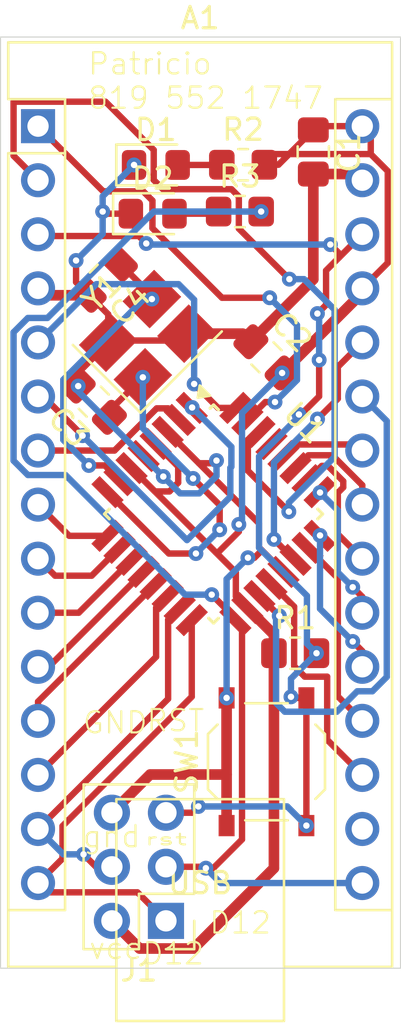
<source format=kicad_pcb>
(kicad_pcb (version 20240108) (generator "pcbnew") (generator_version "8.0")
  (layers (0 "F.Cu" signal) (31 "B.Cu" signal) (34 "B.Paste" user) (35 "F.Paste" user) (36 "B.SilkS" user "B.Silkscreen") (37 "F.SilkS" user "F.Silkscreen") (38 "B.Mask" user) (39 "F.Mask" user) (44 "Edge.Cuts" user))
  (net 0 "")
  (net 2 "A7")
  (net 3 "AREF")
  (net 4 "D7")
  (net 5 "A6")
  (net 6 "/RESET")
  (net 7 "D6")
  (net 8 "D10")
  (net 9 "D2")
  (net 10 "D3")
  (net 11 "A5")
  (net 12 "D4")
  (net 13 "GND")
  (net 14 "D11")
  (net 15 "VCC")
  (net 16 "A3")
  (net 17 "A2")
  (net 18 "D5")
  (net 19 "A1")
  (net 20 "A4")
  (net 21 "D13")
  (net 22 "D9")
  (net 23 "D8")
  (net 24 "A0")
  (net 25 "D12")
  (net 26 "D1")
  (net 27 "D0")
  (net 28 "Net-(U1-XTAL2{slash}PB7)")
  (net 29 "Net-(U1-XTAL1{slash}PB6)")
  (net 30 "Net-(D1-A)")
  (net 31 "Net-(D2-A)")
  (footprint "Connector_PinHeader_2.54mm:PinHeader_2x03_P2.54mm_Vertical" (layer "F.Cu") (at 116.825 112.325 180)
    (property "Reference" "J1" (at 1.27 -2.33 360) (layer "F.SilkS"))
    (property "Value" "ICSP")
    (fp_line (start 3.87 -1.33) (end 3.87 6.41) (stroke (width 0.12)) (layer "F.SilkS"))
    (fp_line (start 1.27 1.27) (end 1.27 -1.33) (stroke (width 0.12)) (layer "F.SilkS"))
    (fp_line (start 1.27 -1.33) (end 3.87 -1.33) (stroke (width 0.12)) (layer "F.SilkS"))
    (fp_line (start -1.33 6.41) (end 3.87 6.41) (stroke (width 0.12)) (layer "F.SilkS"))
    (fp_line (start -1.33 1.27) (end 1.27 1.27) (stroke (width 0.12)) (layer "F.SilkS"))
    (fp_line (start -1.33 1.27) (end -1.33 6.41) (stroke (width 0.12)) (layer "F.SilkS"))
    (fp_line (start -1.33 0) (end -1.33 -1.33) (stroke (width 0.12)) (layer "F.SilkS"))
    (fp_line (start -1.33 -1.33) (end 0 -1.33) (stroke (width 0.12)) (layer "F.SilkS"))
    (pad "1" thru_hole rect (at 0 0 180) (size 1.7 1.7) (drill 1) (layers "*.Cu" "*.Mask") (net 25 "D12"))
    (pad "2" thru_hole oval (at 2.54 0 180) (size 1.7 1.7) (drill 1) (layers "*.Cu" "*.Mask") (net 15 "VCC"))
    (pad "3" thru_hole oval (at 0 2.54 180) (size 1.7 1.7) (drill 1) (layers "*.Cu" "*.Mask") (net 21 "D13"))
    (pad "4" thru_hole oval (at 2.54 2.54 180) (size 1.7 1.7) (drill 1) (layers "*.Cu" "*.Mask") (net 14 "D11"))
    (pad "5" thru_hole oval (at 0 5.08 180) (size 1.7 1.7) (drill 1) (layers "*.Cu" "*.Mask") (net 6 "/RESET"))
    (pad "6" thru_hole oval (at 2.54 5.08 180) (size 1.7 1.7) (drill 1) (layers "*.Cu" "*.Mask") (net 13 "GND"))
  )
  (footprint "Crystal:Crystal_SMD_3225-4Pin_3.2x2.5mm_HandSoldering" (layer "F.Cu") (at 115.95 84.95 45)
    (property "Reference" "Y1" (at 0 -3.05 45) (layer "F.SilkS"))
    (property "Value" "Crystal_GND24")
    (fp_line (start -2.7 -2.25) (end -2.7 2.25) (stroke (width 0.12)) (layer "F.SilkS"))
    (fp_line (start -2.7 2.25) (end 2.7 2.25) (stroke (width 0.12)) (layer "F.SilkS"))
    (pad "1" smd rect (at -1.45 1.15 45) (size 2.1 1.8) (layers "F.Cu" "F.Paste" "F.Mask") (net 28 "Net-(U1-XTAL2{slash}PB7)"))
    (pad "2" smd rect (at 1.45 1.15 45) (size 2.1 1.8) (layers "F.Cu" "F.Paste" "F.Mask") (net 13 "GND"))
    (pad "3" smd rect (at 1.45 -1.15 45) (size 2.1 1.8) (layers "F.Cu" "F.Paste" "F.Mask") (net 29 "Net-(U1-XTAL1{slash}PB6)"))
    (pad "4" smd rect (at -1.45 -1.15 45) (size 2.1 1.8) (layers "F.Cu" "F.Paste" "F.Mask") (net 13 "GND"))
  )
  (footprint "Resistor_SMD:R_0805_2012Metric_Pad1.20x1.40mm_HandSolder" (layer "F.Cu") (at 122.9 99.75)
    (property "Reference" "R1" (at 0 -1.65 0) (layer "F.SilkS"))
    (property "Value" "10k")
    (fp_line (start -0.227064 -0.735) (end 0.227064 -0.735) (stroke (width 0.12)) (layer "F.SilkS"))
    (fp_line (start -0.227064 0.735) (end 0.227064 0.735) (stroke (width 0.12)) (layer "F.SilkS"))
    (pad "1" smd roundrect (at -1 0) (size 1.2 1.4) (layers "F.Cu" "F.Paste" "F.Mask") (roundrect_rratio 0.208333) (net 15 "VCC"))
    (pad "2" smd roundrect (at 1 0) (size 1.2 1.4) (layers "F.Cu" "F.Paste" "F.Mask") (roundrect_rratio 0.208333) (net 6 "/RESET"))
  )
  (footprint "Capacitor_SMD:C_0805_2012Metric_Pad1.18x1.45mm_HandSolder" (layer "F.Cu") (at 113.433623 87.933623 135)
    (property "Reference" "C3" (at 0 -1.679999 135) (layer "F.SilkS"))
    (property "Value" "12pf")
    (fp_line (start -0.261253 -0.735) (end 0.261253 -0.735) (stroke (width 0.12)) (layer "F.SilkS"))
    (fp_line (start -0.261253 0.735) (end 0.261253 0.735) (stroke (width 0.12)) (layer "F.SilkS"))
    (pad "1" smd roundrect (at -1.0375 0 135) (size 1.175 1.45) (layers "F.Cu" "F.Paste" "F.Mask") (roundrect_rratio 0.212766) (net 28 "Net-(U1-XTAL2{slash}PB7)"))
    (pad "2" smd roundrect (at 1.0375 0 135) (size 1.175 1.45) (layers "F.Cu" "F.Paste" "F.Mask") (roundrect_rratio 0.212766) (net 13 "GND"))
  )
  (footprint "LED_SMD:LED_0805_2012Metric_Pad1.15x1.40mm_HandSolder" (layer "F.Cu") (at 116.35 76.81)
    (property "Reference" "D1" (at 0 -1.65 0) (layer "F.SilkS"))
    (property "Value" "LED")
    (fp_line (start -1.86 -0.96) (end -1.86 0.96) (stroke (width 0.12)) (layer "F.SilkS"))
    (fp_line (start -1.86 0.96) (end 1 0.96) (stroke (width 0.12)) (layer "F.SilkS"))
    (fp_line (start 1 -0.96) (end -1.86 -0.96) (stroke (width 0.12)) (layer "F.SilkS"))
    (pad "1" smd roundrect (at -1.025 0) (size 1.15 1.4) (layers "F.Cu" "F.Paste" "F.Mask") (roundrect_rratio 0.217391) (net 13 "GND"))
    (pad "2" smd roundrect (at 1.025 0) (size 1.15 1.4) (layers "F.Cu" "F.Paste" "F.Mask") (roundrect_rratio 0.217391) (net 30 "Net-(D1-A)"))
  )
  (footprint "Module:Arduino_Nano_WithMountingHoles" (layer "F.Cu") (at 110.8125 74.98875)
    (property "Reference" "A1" (at 7.62 -5.08 0) (layer "F.SilkS"))
    (property "Value" "Arduino_Nano_v3.x")
    (fp_line (start -1.4 -3.94) (end -1.4 -1.27) (stroke (width 0.12)) (layer "F.SilkS"))
    (fp_line (start -1.4 1.27) (end -1.4 39.5) (stroke (width 0.12)) (layer "F.SilkS"))
    (fp_line (start -1.4 39.5) (end 3.68 39.5) (stroke (width 0.12)) (layer "F.SilkS"))
    (fp_line (start 1.27 -1.27) (end -1.4 -1.27) (stroke (width 0.12)) (layer "F.SilkS"))
    (fp_line (start 1.27 1.27) (end -1.4 1.27) (stroke (width 0.12)) (layer "F.SilkS"))
    (fp_line (start 1.27 1.27) (end 1.27 -1.27) (stroke (width 0.12)) (layer "F.SilkS"))
    (fp_line (start 1.27 1.27) (end 1.27 36.83) (stroke (width 0.12)) (layer "F.SilkS"))
    (fp_line (start 1.27 36.83) (end -1.4 36.83) (stroke (width 0.12)) (layer "F.SilkS"))
    (fp_line (start 3.68 31.62) (end 11.56 31.62) (stroke (width 0.12)) (layer "F.SilkS"))
    (fp_line (start 3.68 42.04) (end 3.68 31.62) (stroke (width 0.12)) (layer "F.SilkS"))
    (fp_line (start 11.56 31.62) (end 11.56 42.04) (stroke (width 0.12)) (layer "F.SilkS"))
    (fp_line (start 11.56 42.04) (end 3.68 42.04) (stroke (width 0.12)) (layer "F.SilkS"))
    (fp_line (start 13.97 -1.27) (end 13.97 36.83) (stroke (width 0.12)) (layer "F.SilkS"))
    (fp_line (start 13.97 -1.27) (end 16.64 -1.27) (stroke (width 0.12)) (layer "F.SilkS"))
    (fp_line (start 13.97 36.83) (end 16.64 36.83) (stroke (width 0.12)) (layer "F.SilkS"))
    (fp_line (start 16.64 -3.94) (end -1.4 -3.94) (stroke (width 0.12)) (layer "F.SilkS"))
    (fp_line (start 16.64 39.5) (end 11.56 39.5) (stroke (width 0.12)) (layer "F.SilkS"))
    (fp_line (start 16.64 39.5) (end 16.64 -3.94) (stroke (width 0.12)) (layer "F.SilkS"))
    (fp_text user "USB" (at 7.62 35.56 0) (layer "F.SilkS"))
    (pad "" np_thru_hole circle (at 0 -2.54) (size 1.78 1.78) (drill 1.78) (layers "*.Cu" "*.Mask"))
    (pad "" np_thru_hole circle (at 0 38.1) (size 1.78 1.78) (drill 1.78) (layers "*.Cu" "*.Mask"))
    (pad "" np_thru_hole circle (at 15.24 -2.54) (size 1.78 1.78) (drill 1.78) (layers "*.Cu" "*.Mask"))
    (pad "" np_thru_hole circle (at 15.24 38.1) (size 1.78 1.78) (drill 1.78) (layers "*.Cu" "*.Mask"))
    (pad "1" thru_hole rect (at 0 0) (size 1.6 1.6) (drill 1) (layers "*.Cu" "*.Mask") (net 26 "D1"))
    (pad "2" thru_hole oval (at 0 2.54) (size 1.6 1.6) (drill 1) (layers "*.Cu" "*.Mask") (net 27 "D0"))
    (pad "3" thru_hole oval (at 0 5.08) (size 1.6 1.6) (drill 1) (layers "*.Cu" "*.Mask") (net 6 "/RESET"))
    (pad "4" thru_hole oval (at 0 7.62) (size 1.6 1.6) (drill 1) (layers "*.Cu" "*.Mask") (net 13 "GND"))
    (pad "5" thru_hole oval (at 0 10.16) (size 1.6 1.6) (drill 1) (layers "*.Cu" "*.Mask") (net 9 "D2"))
    (pad "6" thru_hole oval (at 0 12.7) (size 1.6 1.6) (drill 1) (layers "*.Cu" "*.Mask") (net 10 "D3"))
    (pad "7" thru_hole oval (at 0 15.24) (size 1.6 1.6) (drill 1) (layers "*.Cu" "*.Mask") (net 12 "D4"))
    (pad "8" thru_hole oval (at 0 17.78) (size 1.6 1.6) (drill 1) (layers "*.Cu" "*.Mask") (net 18 "D5"))
    (pad "9" thru_hole oval (at 0 20.32) (size 1.6 1.6) (drill 1) (layers "*.Cu" "*.Mask") (net 7 "D6"))
    (pad "10" thru_hole oval (at 0 22.86) (size 1.6 1.6) (drill 1) (layers "*.Cu" "*.Mask") (net 4 "D7"))
    (pad "11" thru_hole oval (at 0 25.4) (size 1.6 1.6) (drill 1) (layers "*.Cu" "*.Mask") (net 23 "D8"))
    (pad "12" thru_hole oval (at 0 27.94) (size 1.6 1.6) (drill 1) (layers "*.Cu" "*.Mask") (net 22 "D9"))
    (pad "13" thru_hole oval (at 0 30.48) (size 1.6 1.6) (drill 1) (layers "*.Cu" "*.Mask") (net 8 "D10"))
    (pad "14" thru_hole oval (at 0 33.02) (size 1.6 1.6) (drill 1) (layers "*.Cu" "*.Mask") (net 14 "D11"))
    (pad "15" thru_hole oval (at 0 35.56) (size 1.6 1.6) (drill 1) (layers "*.Cu" "*.Mask") (net 25 "D12"))
    (pad "16" thru_hole oval (at 15.24 35.56) (size 1.6 1.6) (drill 1) (layers "*.Cu" "*.Mask") (net 21 "D13"))
    (pad "17" thru_hole oval (at 15.24 33.02) (size 1.6 1.6) (drill 1) (layers "*.Cu" "*.Mask"))
    (pad "18" thru_hole oval (at 15.24 30.48) (size 1.6 1.6) (drill 1) (layers "*.Cu" "*.Mask") (net 3 "AREF"))
    (pad "19" thru_hole oval (at 15.24 27.94) (size 1.6 1.6) (drill 1) (layers "*.Cu" "*.Mask") (net 24 "A0"))
    (pad "20" thru_hole oval (at 15.24 25.4) (size 1.6 1.6) (drill 1) (layers "*.Cu" "*.Mask") (net 19 "A1"))
    (pad "21" thru_hole oval (at 15.24 22.86) (size 1.6 1.6) (drill 1) (layers "*.Cu" "*.Mask") (net 17 "A2"))
    (pad "22" thru_hole oval (at 15.24 20.32) (size 1.6 1.6) (drill 1) (layers "*.Cu" "*.Mask") (net 16 "A3"))
    (pad "23" thru_hole oval (at 15.24 17.78) (size 1.6 1.6) (drill 1) (layers "*.Cu" "*.Mask") (net 20 "A4"))
    (pad "24" thru_hole oval (at 15.24 15.24) (size 1.6 1.6) (drill 1) (layers "*.Cu" "*.Mask") (net 11 "A5"))
    (pad "25" thru_hole oval (at 15.24 12.7) (size 1.6 1.6) (drill 1) (layers "*.Cu" "*.Mask") (net 5 "A6"))
    (pad "26" thru_hole oval (at 15.24 10.16) (size 1.6 1.6) (drill 1) (layers "*.Cu" "*.Mask") (net 2 "A7"))
    (pad "27" thru_hole oval (at 15.24 7.62) (size 1.6 1.6) (drill 1) (layers "*.Cu" "*.Mask") (net 15 "VCC"))
    (pad "28" thru_hole oval (at 15.24 5.08) (size 1.6 1.6) (drill 1) (layers "*.Cu" "*.Mask") (net 6 "/RESET"))
    (pad "29" thru_hole oval (at 15.24 2.54) (size 1.6 1.6) (drill 1) (layers "*.Cu" "*.Mask") (net 13 "GND"))
    (pad "30" thru_hole oval (at 15.24 0) (size 1.6 1.6) (drill 1) (layers "*.Cu" "*.Mask") (net 15 "VCC"))
  )
  (footprint "Capacitor_SMD:C_0805_2012Metric_Pad1.18x1.45mm_HandSolder" (layer "F.Cu") (at 123.75 76.2 -90)
    (property "Reference" "C1" (at 0 -1.68 90) (layer "F.SilkS"))
    (property "Value" "100nf")
    (fp_line (start -0.261252 0.735) (end 0.261252 0.735) (stroke (width 0.12)) (layer "F.SilkS"))
    (fp_line (start -0.261252 -0.735) (end 0.261252 -0.735) (stroke (width 0.12)) (layer "F.SilkS"))
    (pad "1" smd roundrect (at -1.0375 0 270) (size 1.175 1.45) (layers "F.Cu" "F.Paste" "F.Mask") (roundrect_rratio 0.212766) (net 15 "VCC"))
    (pad "2" smd roundrect (at 1.0375 0 270) (size 1.175 1.45) (layers "F.Cu" "F.Paste" "F.Mask") (roundrect_rratio 0.212766) (net 13 "GND"))
  )
  (footprint "Button_Switch_SMD:SW_Push_1P1T_XKB_TS-1187A" (layer "F.Cu") (at 121.55 104.85 90)
    (property "Reference" "SW1" (at 0 -3.75 90) (layer "F.SilkS"))
    (property "Value" "SW_SPST")
    (fp_line (start -1.3 -2.75) (end 1.3 -2.75) (stroke (width 0.12)) (layer "F.SilkS"))
    (fp_line (start 1.75 -2.3) (end 1.3 -2.75) (stroke (width 0.12)) (layer "F.SilkS"))
    (fp_line (start -1.75 -2.3) (end -1.3 -2.75) (stroke (width 0.12)) (layer "F.SilkS"))
    (fp_line (start 2.75 -1) (end 2.75 1) (stroke (width 0.12)) (layer "F.SilkS"))
    (fp_line (start -2.75 -1) (end -2.75 1) (stroke (width 0.12)) (layer "F.SilkS"))
    (fp_line (start 1.75 2.3) (end 1.3 2.75) (stroke (width 0.12)) (layer "F.SilkS"))
    (fp_line (start -1.75 2.3) (end -1.3 2.75) (stroke (width 0.12)) (layer "F.SilkS"))
    (fp_line (start -1.3 2.75) (end 1.3 2.75) (stroke (width 0.12)) (layer "F.SilkS"))
    (pad "1" smd rect (at -3 -1.875 90) (size 1 0.75) (layers "F.Cu" "F.Paste" "F.Mask") (net 13 "GND"))
    (pad "1" smd rect (at 3 -1.875 90) (size 1 0.75) (layers "F.Cu" "F.Paste" "F.Mask") (net 13 "GND"))
    (pad "2" smd rect (at -3 1.875 90) (size 1 0.75) (layers "F.Cu" "F.Paste" "F.Mask") (net 6 "/RESET"))
    (pad "2" smd rect (at 3 1.875 90) (size 1 0.75) (layers "F.Cu" "F.Paste" "F.Mask") (net 6 "/RESET"))
  )
  (footprint "Capacitor_SMD:C_0805_2012Metric_Pad1.18x1.45mm_HandSolder" (layer "F.Cu") (at 113.95 82.2 -135)
    (property "Reference" "C4" (at 0 -1.679999 45) (layer "F.SilkS"))
    (property "Value" "12pf")
    (fp_line (start -0.261253 0.735) (end 0.261253 0.735) (stroke (width 0.12)) (layer "F.SilkS"))
    (fp_line (start -0.261253 -0.735) (end 0.261253 -0.735) (stroke (width 0.12)) (layer "F.SilkS"))
    (pad "1" smd roundrect (at -1.0375 0 225) (size 1.175 1.45) (layers "F.Cu" "F.Paste" "F.Mask") (roundrect_rratio 0.212766) (net 29 "Net-(U1-XTAL1{slash}PB6)"))
    (pad "2" smd roundrect (at 1.0375 0 225) (size 1.175 1.45) (layers "F.Cu" "F.Paste" "F.Mask") (roundrect_rratio 0.212766) (net 13 "GND"))
  )
  (footprint "Package_QFP:TQFP-32_7x7mm_P0.8mm" (layer "F.Cu") (at 119.0625 93.209861 -45)
    (property "Reference" "U1" (at 0 -6.05 135) (layer "F.SilkS"))
    (property "Value" "ATmega328P-A")
    (fp_line (start -3.625 3.625) (end -3.625 3.299999) (stroke (width 0.15)) (layer "F.SilkS"))
    (fp_line (start -3.625 3.625) (end -3.299999 3.625) (stroke (width 0.15)) (layer "F.SilkS"))
    (fp_line (start -3.625 -3.625) (end -3.625 -3.4) (stroke (width 0.15)) (layer "F.SilkS"))
    (fp_line (start -3.625 -3.625) (end -3.299999 -3.625) (stroke (width 0.15)) (layer "F.SilkS"))
    (fp_line (start 3.625 3.625) (end 3.299999 3.625) (stroke (width 0.15)) (layer "F.SilkS"))
    (fp_line (start 3.625 3.625) (end 3.625 3.299999) (stroke (width 0.15)) (layer "F.SilkS"))
    (fp_line (start 3.625 -3.625) (end 3.299999 -3.625) (stroke (width 0.15)) (layer "F.SilkS"))
    (fp_line (start 3.625 -3.625) (end 3.625 -3.299999) (stroke (width 0.15)) (layer "F.SilkS"))
    (fp_poly (pts (xy -4.39 -3.34) (xy -4.73 -3.81) (xy -4.05 -3.81) (xy -4.39 -3.34)) (stroke (width 0.12)) (fill solid) (layer "F.SilkS"))
    (pad "1" smd rect (at -4.25 -2.8 315) (size 1.6 0.55) (layers "F.Cu" "F.Paste" "F.Mask") (net 10 "D3"))
    (pad "2" smd rect (at -4.25 -2 315) (size 1.6 0.55) (layers "F.Cu" "F.Paste" "F.Mask") (net 12 "D4"))
    (pad "3" smd rect (at -4.25 -1.2 315) (size 1.6 0.55) (layers "F.Cu" "F.Paste" "F.Mask") (net 13 "GND"))
    (pad "4" smd rect (at -4.25 -0.4 315) (size 1.6 0.55) (layers "F.Cu" "F.Paste" "F.Mask") (net 15 "VCC"))
    (pad "5" smd rect (at -4.25 0.4 315) (size 1.6 0.55) (layers "F.Cu" "F.Paste" "F.Mask") (net 13 "GND"))
    (pad "6" smd rect (at -4.25 1.2 315) (size 1.6 0.55) (layers "F.Cu" "F.Paste" "F.Mask") (net 15 "VCC"))
    (pad "7" smd rect (at -4.25 2 315) (size 1.6 0.55) (layers "F.Cu" "F.Paste" "F.Mask") (net 29 "Net-(U1-XTAL1{slash}PB6)"))
    (pad "8" smd rect (at -4.25 2.8 315) (size 1.6 0.55) (layers "F.Cu" "F.Paste" "F.Mask") (net 28 "Net-(U1-XTAL2{slash}PB7)"))
    (pad "9" smd rect (at -2.8 4.25 45) (size 1.6 0.55) (layers "F.Cu" "F.Paste" "F.Mask") (net 18 "D5"))
    (pad "10" smd rect (at -2 4.25 45) (size 1.6 0.55) (layers "F.Cu" "F.Paste" "F.Mask") (net 7 "D6"))
    (pad "11" smd rect (at -1.2 4.25 45) (size 1.6 0.55) (layers "F.Cu" "F.Paste" "F.Mask") (net 4 "D7"))
    (pad "12" smd rect (at -0.4 4.25 45) (size 1.6 0.55) (layers "F.Cu" "F.Paste" "F.Mask") (net 23 "D8"))
    (pad "13" smd rect (at 0.4 4.25 45) (size 1.6 0.55) (layers "F.Cu" "F.Paste" "F.Mask") (net 22 "D9"))
    (pad "14" smd rect (at 1.2 4.25 45) (size 1.6 0.55) (layers "F.Cu" "F.Paste" "F.Mask") (net 8 "D10"))
    (pad "15" smd rect (at 2 4.25 45) (size 1.6 0.55) (layers "F.Cu" "F.Paste" "F.Mask") (net 14 "D11"))
    (pad "16" smd rect (at 2.8 4.25 45) (size 1.6 0.55) (layers "F.Cu" "F.Paste" "F.Mask") (net 25 "D12"))
    (pad "17" smd rect (at 4.25 2.8 315) (size 1.6 0.55) (layers "F.Cu" "F.Paste" "F.Mask") (net 21 "D13"))
    (pad "18" smd rect (at 4.25 2 315) (size 1.6 0.55) (layers "F.Cu" "F.Paste" "F.Mask") (net 15 "VCC"))
    (pad "19" smd rect (at 4.25 1.2 315) (size 1.6 0.55) (layers "F.Cu" "F.Paste" "F.Mask") (net 5 "A6"))
    (pad "20" smd rect (at 4.25 0.4 315) (size 1.6 0.55) (layers "F.Cu" "F.Paste" "F.Mask") (net 3 "AREF"))
    (pad "21" smd rect (at 4.25 -0.4 315) (size 1.6 0.55) (layers "F.Cu" "F.Paste" "F.Mask") (net 13 "GND"))
    (pad "22" smd rect (at 4.25 -1.2 315) (size 1.6 0.55) (layers "F.Cu" "F.Paste" "F.Mask") (net 2 "A7"))
    (pad "23" smd rect (at 4.25 -2 315) (size 1.6 0.55) (layers "F.Cu" "F.Paste" "F.Mask") (net 24 "A0"))
    (pad "24" smd rect (at 4.25 -2.8 315) (size 1.6 0.55) (layers "F.Cu" "F.Paste" "F.Mask") (net 19 "A1"))
    (pad "25" smd rect (at 2.8 -4.25 45) (size 1.6 0.55) (layers "F.Cu" "F.Paste" "F.Mask") (net 17 "A2"))
    (pad "26" smd rect (at 2 -4.25 45) (size 1.6 0.55) (layers "F.Cu" "F.Paste" "F.Mask") (net 16 "A3"))
    (pad "27" smd rect (at 1.2 -4.25 45) (size 1.6 0.55) (layers "F.Cu" "F.Paste" "F.Mask") (net 20 "A4"))
    (pad "28" smd rect (at 0.4 -4.25 45) (size 1.6 0.55) (layers "F.Cu" "F.Paste" "F.Mask") (net 11 "A5"))
    (pad "29" smd rect (at -0.4 -4.25 45) (size 1.6 0.55) (layers "F.Cu" "F.Paste" "F.Mask") (net 6 "/RESET"))
    (pad "30" smd rect (at -1.2 -4.25 45) (size 1.6 0.55) (layers "F.Cu" "F.Paste" "F.Mask") (net 27 "D0"))
    (pad "31" smd rect (at -2 -4.25 45) (size 1.6 0.55) (layers "F.Cu" "F.Paste" "F.Mask") (net 26 "D1"))
    (pad "32" smd rect (at -2.8 -4.25 45) (size 1.6 0.55) (layers "F.Cu" "F.Paste" "F.Mask") (net 9 "D2"))
  )
  (footprint "Resistor_SMD:R_0805_2012Metric_Pad1.20x1.40mm_HandSolder" (layer "F.Cu") (at 120.45 76.8)
    (property "Reference" "R2" (at 0 -1.65 0) (layer "F.SilkS"))
    (property "Value" "1k")
    (fp_line (start -0.227064 -0.735) (end 0.227064 -0.735) (stroke (width 0.12)) (layer "F.SilkS"))
    (fp_line (start -0.227064 0.735) (end 0.227064 0.735) (stroke (width 0.12)) (layer "F.SilkS"))
    (pad "1" smd roundrect (at -1 0) (size 1.2 1.4) (layers "F.Cu" "F.Paste" "F.Mask") (roundrect_rratio 0.208333) (net 30 "Net-(D1-A)"))
    (pad "2" smd roundrect (at 1 0) (size 1.2 1.4) (layers "F.Cu" "F.Paste" "F.Mask") (roundrect_rratio 0.208333) (net 15 "VCC"))
  )
  (footprint "Resistor_SMD:R_0805_2012Metric_Pad1.20x1.40mm_HandSolder" (layer "F.Cu") (at 120.3 79)
    (property "Reference" "R3" (at 0 -1.65 0) (layer "F.SilkS"))
    (property "Value" "1k")
    (fp_line (start -0.227064 -0.735) (end 0.227064 -0.735) (stroke (width 0.12)) (layer "F.SilkS"))
    (fp_line (start -0.227064 0.735) (end 0.227064 0.735) (stroke (width 0.12)) (layer "F.SilkS"))
    (pad "1" smd roundrect (at -1 0) (size 1.2 1.4) (layers "F.Cu" "F.Paste" "F.Mask") (roundrect_rratio 0.208333) (net 31 "Net-(D2-A)"))
    (pad "2" smd roundrect (at 1 0) (size 1.2 1.4) (layers "F.Cu" "F.Paste" "F.Mask") (roundrect_rratio 0.208333) (net 21 "D13"))
  )
  (footprint "Capacitor_SMD:C_0805_2012Metric_Pad1.18x1.45mm_HandSolder" (layer "F.Cu") (at 121.55 85.85 -45)
    (property "Reference" "C2" (at 0 -1.679999 135) (layer "F.SilkS"))
    (property "Value" "100nf")
    (fp_line (start -0.261253 0.735) (end 0.261253 0.735) (stroke (width 0.12)) (layer "F.SilkS"))
    (fp_line (start -0.261253 -0.735) (end 0.261253 -0.735) (stroke (width 0.12)) (layer "F.SilkS"))
    (pad "1" smd roundrect (at -1.0375 0 315) (size 1.175 1.45) (layers "F.Cu" "F.Paste" "F.Mask") (roundrect_rratio 0.212766) (net 13 "GND"))
    (pad "2" smd roundrect (at 1.0375 0 315) (size 1.175 1.45) (layers "F.Cu" "F.Paste" "F.Mask") (roundrect_rratio 0.212766) (net 15 "VCC"))
  )
  (footprint "LED_SMD:LED_0805_2012Metric_Pad1.15x1.40mm_HandSolder" (layer "F.Cu") (at 116.2 79.1)
    (property "Reference" "D2" (at 0 -1.65 0) (layer "F.SilkS"))
    (property "Value" "LED")
    (fp_line (start -1.86 -0.96) (end -1.86 0.96) (stroke (width 0.12)) (layer "F.SilkS"))
    (fp_line (start -1.86 0.96) (end 1 0.96) (stroke (width 0.12)) (layer "F.SilkS"))
    (fp_line (start 1 -0.96) (end -1.86 -0.96) (stroke (width 0.12)) (layer "F.SilkS"))
    (pad "1" smd roundrect (at -1.025 0) (size 1.15 1.4) (layers "F.Cu" "F.Paste" "F.Mask") (roundrect_rratio 0.217391) (net 13 "GND"))
    (pad "2" smd roundrect (at 1.025 0) (size 1.15 1.4) (layers "F.Cu" "F.Paste" "F.Mask") (roundrect_rratio 0.217391) (net 31 "Net-(D2-A)"))
  )
  (gr_rect (start 109.05 70.8) (end 127.85 114.55) (stroke (width 0.05)) (fill none) (layer "Edge.Cuts"))
  (gr_text "vcc" (at 113.15 114.2 0) (layer "F.SilkS") (effects (font (size 1 1) (thickness 0.1)) (justify left bottom)))
  (gr_text "D12" (at 115.65 114.45 0) (layer "F.SilkS") (effects (font (size 1 1) (thickness 0.1)) (justify left bottom)))
  (gr_text "Patricio\n819 552 1747" (at 113.1 74.25 0) (layer "F.SilkS") (effects (font (size 1 1) (thickness 0.1)) (justify left bottom)))
  (gr_text "RST" (at 115.85 103.5 0) (layer "F.SilkS") (effects (font (size 1 1) (thickness 0.1)) (justify left bottom)))
  (gr_text "gnd" (at 112.85 108.95 0) (layer "F.SilkS") (effects (font (size 1 1) (thickness 0.1)) (justify left bottom)))
  (gr_text "GND\n" (at 112.85 103.6 0) (layer "F.SilkS") (effects (font (size 1 1) (thickness 0.1)) (justify left bottom)))
  (gr_text "rst" (at 115.75 108.8 0) (layer "F.SilkS") (effects (font (size 0.5 1) (thickness 0.1)) (justify left bottom)))
  (gr_text "D12" (at 118.8 113 0) (layer "F.SilkS") (effects (font (size 1 1) (thickness 0.1)) (justify left bottom)))
  (segment (start 122.866537 95.366537) (end 121.9 94.4) (width 0.3) (layer "F.Cu") (net 2))
  (segment (start 124.9025 87.794126) (end 124.9025 86.29875) (width 0.3) (layer "F.Cu") (net 2))
  (segment (start 123.948313 88.748313) (end 124.9025 87.794126) (width 0.3) (layer "F.Cu") (net 2))
  (segment (start 124.9025 86.29875) (end 126.0525 85.14875) (width 0.3) (layer "F.Cu") (net 2))
  (segment (start 122.916232 95.366537) (end 122.866537 95.366537) (width 0.3) (layer "F.Cu") (net 2))
  (via (at 121.9 94.4) (size 0.7) (drill 0.3) (layers "F.Cu" "B.Cu") (net 2))
  (via (at 123.948313 88.748313) (size 0.7) (drill 0.3) (layers "F.Cu" "B.Cu") (net 2))
  (segment (start 121.9 90.796626) (end 123.948313 88.748313) (width 0.3) (layer "B.Cu") (net 2))
  (segment (start 121.9 94.4) (end 121.9 90.796626) (width 0.3) (layer "B.Cu") (net 2))
  (segment (start 123.347044 100.8525) (end 122.85 100.355456) (width 0.3) (layer "F.Cu") (net 3))
  (segment (start 124.4025 103.81875) (end 124.4025 100.8525) (width 0.3) (layer "F.Cu") (net 3))
  (segment (start 122.85 100.355456) (end 122.85 97.563047) (width 0.3) (layer "F.Cu") (net 3))
  (segment (start 126.0525 105.46875) (end 124.4025 103.81875) (width 0.3) (layer "F.Cu") (net 3))
  (segment (start 124.4025 100.8525) (end 123.347044 100.8525) (width 0.3) (layer "F.Cu") (net 3))
  (segment (start 122.85 97.563047) (end 121.784861 96.497908) (width 0.3) (layer "F.Cu") (net 3))
  (segment (start 115.208768 95.366537) (end 112.726555 97.84875) (width 0.3) (layer "F.Cu") (net 4))
  (segment (start 112.726555 97.84875) (end 110.8125 97.84875) (width 0.3) (layer "F.Cu") (net 4))
  (segment (start 121.219176 97.063593) (end 122.150001 97.994418) (width 0.3) (layer "F.Cu") (net 5))
  (via (at 122.150001 97.994418) (size 0.7) (drill 0.3) (layers "F.Cu" "B.Cu") (net 5))
  (segment (start 126.528846 101.53875) (end 127.2025 100.865096) (width 0.3) (layer "B.Cu") (net 5))
  (segment (start 127.2025 100.865096) (end 127.2025 88.83875) (width 0.3) (layer "B.Cu") (net 5))
  (segment (start 124.854904 102.5) (end 125.816154 101.53875) (width 0.3) (layer "B.Cu") (net 5))
  (segment (start 122 102.08995) (end 122.41005 102.5) (width 0.3) (layer "B.Cu") (net 5))
  (segment (start 122.150001 97.994418) (end 122 98.144419) (width 0.3) (layer "B.Cu") (net 5))
  (segment (start 127.2025 88.83875) (end 126.0525 87.68875) (width 0.3) (layer "B.Cu") (net 5))
  (segment (start 122 98.144419) (end 122 102.08995) (width 0.3) (layer "B.Cu") (net 5))
  (segment (start 122.41005 102.5) (end 124.854904 102.5) (width 0.3) (layer "B.Cu") (net 5))
  (segment (start 125.816154 101.53875) (end 126.528846 101.53875) (width 0.3) (layer "B.Cu") (net 5))
  (segment (start 123.425 107.85) (end 123.425 101.85) (width 0.3) (layer "F.Cu") (net 6))
  (segment (start 124.35 83.385874) (end 124.35 81.77125) (width 0.3) (layer "F.Cu") (net 6))
  (segment (start 124.35 81.77125) (end 124.960625 81.160625) (width 0.3) (layer "F.Cu") (net 6))
  (segment (start 124.960625 80.960625) (end 124.55 80.55) (width 0.3) (layer "F.Cu") (net 6))
  (segment (start 116.825 107.245) (end 118.055 107.245) (width 0.3) (layer "F.Cu") (net 6))
  (segment (start 110.89375 80.15) (end 110.8125 80.06875) (width 0.3) (layer "F.Cu") (net 6))
  (segment (start 124.960625 81.160625) (end 124.960625 80.960625) (width 0.3) (layer "F.Cu") (net 6))
  (segment (start 122.75 101.85) (end 122.7 101.8) (width 0.3) (layer "F.Cu") (net 6))
  (segment (start 118.055 107.245) (end 118.35 106.95) (width 0.3) (layer "F.Cu") (net 6))
  (segment (start 115.9 80.5) (end 115.55 80.15) (width 0.3) (layer "F.Cu") (net 6))
  (segment (start 115.55 80.15) (end 110.89375 80.15) (width 0.3) (layer "F.Cu") (net 6))
  (segment (start 124.024309 87.682366) (end 124.024309 85.974309) (width 0.3) (layer "F.Cu") (net 6))
  (segment (start 123.942937 83.792937) (end 124.35 83.385874) (width 0.3) (layer "F.Cu") (net 6))
  (segment (start 121.784861 89.921814) (end 124.024309 87.682366) (width 0.3) (layer "F.Cu") (net 6))
  (segment (start 124.960625 81.160625) (end 126.0525 80.06875) (width 0.3) (layer "F.Cu") (net 6))
  (segment (start 123.425 101.85) (end 122.75 101.85) (width 0.3) (layer "F.Cu") (net 6))
  (via (at 115.9 80.5) (size 0.7) (drill 0.3) (layers "F.Cu" "B.Cu") (net 6))
  (via (at 118.35 106.95) (size 0.7) (drill 0.3) (layers "F.Cu" "B.Cu") (net 6))
  (via (at 124.55 80.55) (size 0.7) (drill 0.3) (layers "F.Cu" "B.Cu") (net 6))
  (via (at 123.9 99.75) (size 0.7) (drill 0.3) (layers "F.Cu" "B.Cu") (net 6))
  (via (at 124.024309 85.974309) (size 0.7) (drill 0.3) (layers "F.Cu" "B.Cu") (net 6))
  (via (at 123.074216 88.533933) (size 0.7) (drill 0.3) (layers "F.Cu" "B.Cu") (net 6))
  (via (at 123.942937 83.792937) (size 0.7) (drill 0.3) (layers "F.Cu" "B.Cu") (net 6))
  (via (at 123.425 107.85) (size 0.7) (drill 0.3) (layers "F.Cu" "B.Cu") (net 6))
  (via (at 122.7 101.8) (size 0.7) (drill 0.3) (layers "F.Cu" "B.Cu") (net 6))
  (segment (start 123.074216 88.632459) (end 123.074216 88.533933) (width 0.3) (layer "B.Cu") (net 6))
  (segment (start 122.525 106.95) (end 123.425 107.85) (width 0.3) (layer "B.Cu") (net 6))
  (segment (start 123.45 97.05) (end 121.2 94.8) (width 0.3) (layer "B.Cu") (net 6))
  (segment (start 124.024309 83.874309) (end 123.942937 83.792937) (width 0.3) (layer "B.Cu") (net 6))
  (segment (start 124.55 80.55) (end 115.95 80.55) (width 0.3) (layer "B.Cu") (net 6))
  (segment (start 123.45 99.3) (end 123.45 97.05) (width 0.3) (layer "B.Cu") (net 6))
  (segment (start 122.7 100.95) (end 123.9 99.75) (width 0.3) (layer "B.Cu") (net 6))
  (segment (start 121.2 94.8) (end 121.2 90.506675) (width 0.3) (layer "B.Cu") (net 6))
  (segment (start 122.7 101.8) (end 122.7 100.95) (width 0.3) (layer "B.Cu") (net 6))
  (segment (start 123.9 99.75) (end 123.45 99.3) (width 0.3) (layer "B.Cu") (net 6))
  (segment (start 118.35 106.95) (end 122.525 106.95) (width 0.3) (layer "B.Cu") (net 6))
  (segment (start 121.2 90.506675) (end 123.074216 88.632459) (width 0.3) (layer "B.Cu") (net 6))
  (segment (start 124.024309 85.974309) (end 124.024309 83.874309) (width 0.3) (layer "B.Cu") (net 6))
  (segment (start 115.95 80.55) (end 115.9 80.5) (width 0.3) (layer "B.Cu") (net 6))
  (segment (start 111.612499 96.108749) (end 110.8125 95.30875) (width 0.3) (layer "F.Cu") (net 7))
  (segment (start 114.643083 94.800851) (end 113.335185 96.108749) (width 0.3) (layer "F.Cu") (net 7))
  (segment (start 113.335185 96.108749) (end 111.612499 96.108749) (width 0.3) (layer "F.Cu") (net 7))
  (segment (start 116.36137 99.91988) (end 110.8125 105.46875) (width 0.3) (layer "F.Cu") (net 8))
  (segment (start 116.905824 97.063593) (end 116.36137 97.608047) (width 0.3) (layer "F.Cu") (net 8))
  (segment (start 116.36137 97.608047) (end 116.36137 99.91988) (width 0.3) (layer "F.Cu") (net 8))
  (segment (start 120.087805 88.224758) (end 119.274758 88.224758) (width 0.3) (layer "F.Cu") (net 9))
  (segment (start 119.274758 88.224758) (end 118.15 87.1) (width 0.3) (layer "F.Cu") (net 9))
  (via (at 118.15 87.1) (size 0.7) (drill 0.3) (layers "F.Cu" "B.Cu") (net 9))
  (segment (start 118.15 83.142894) (end 117.418628 82.411522) (width 0.3) (layer "B.Cu") (net 9))
  (segment (start 117.418628 82.411522) (end 113.549728 82.411522) (width 0.3) (layer "B.Cu") (net 9))
  (segment (start 113.549728 82.411522) (end 110.8125 85.14875) (width 0.3) (layer "B.Cu") (net 9))
  (segment (start 118.15 87.1) (end 118.15 83.142894) (width 0.3) (layer "B.Cu") (net 9))
  (segment (start 110.8125 87.68875) (end 111.0656 87.68875) (width 0.3) (layer "F.Cu") (net 10))
  (segment (start 111.0656 87.68875) (end 112.9056 89.52875) (width 0.3) (layer "F.Cu") (net 10))
  (via (at 112.9056 89.52875) (size 0.7) (drill 0.3) (layers "F.Cu" "B.Cu") (net 10))
  (via (at 118.054873 88.20708) (size 0.7) (drill 0.3) (layers "F.Cu" "B.Cu") (net 10))
  (segment (start 112.9056 89.52875) (end 117.813425 94.436575) (width 0.3) (layer "B.Cu") (net 10))
  (segment (start 119.85 91.03995) (end 119.9 90.98995) (width 0.3) (layer "B.Cu") (net 10))
  (segment (start 119.9 90.052207) (end 118.054873 88.20708) (width 0.3) (layer "B.Cu") (net 10))
  (segment (start 117.813425 94.436575) (end 119.85 92.4) (width 0.3) (layer "B.Cu") (net 10))
  (segment (start 119.85 92.4) (end 119.85 91.03995) (width 0.3) (layer "B.Cu") (net 10))
  (segment (start 119.9 90.98995) (end 119.9 90.052207) (width 0.3) (layer "B.Cu") (net 10))
  (segment (start 122.895002 89.943045) (end 125.766795 89.943045) (width 0.3) (layer "F.Cu") (net 11))
  (segment (start 125.766795 89.943045) (end 126.0525 90.22875) (width 0.3) (layer "F.Cu") (net 11))
  (segment (start 122.350547 90.4875) (end 122.895002 89.943045) (width 0.3) (layer "F.Cu") (net 11))
  (segment (start 116.927055 88.245989) (end 117.47151 88.790444) (width 0.3) (layer "F.Cu") (net 12))
  (segment (start 110.8125 90.22875) (end 114.406855 90.22875) (width 0.3) (layer "F.Cu") (net 12))
  (segment (start 116.389616 88.245989) (end 116.927055 88.245989) (width 0.3) (layer "F.Cu") (net 12))
  (segment (start 114.406855 90.22875) (end 116.389616 88.245989) (width 0.3) (layer "F.Cu") (net 12))
  (segment (start 116.08 105.45) (end 114.285 107.245) (width 0.5) (layer "F.Cu") (net 13))
  (segment (start 118.374847 90.825153) (end 121.2 93.650305) (width 0.3) (layer "F.Cu") (net 13))
  (segment (start 113.216377 82.933623) (end 111.137373 82.933623) (width 0.5) (layer "F.Cu") (net 13))
  (segment (start 121.2 94.781675) (end 121.334162 94.915838) (width 0.3) (layer "F.Cu") (net 13))
  (segment (start 114.111522 85.162132) (end 114.214034 85.05962) (width 0.3) (layer "F.Cu") (net 13))
  (segment (start 121.334162 94.915838) (end 120.984945 95.265055) (width 0.3) (layer "F.Cu") (net 13))
  (segment (start 112.7 87.2) (end 112.7 86.573654) (width 0.3) (layer "F.Cu") (net 13))
  (segment (start 123.75 77.2375) (end 123.75 82.182754) (width 0.5) (layer "F.Cu") (net 13))
  (segment (start 119.074847 90.825153) (end 118.374847 90.825153) (width 0.3) (layer "F.Cu") (net 13))
  (segment (start 115.774453 90.4875) (end 116.318907 91.031954) (width 0.3) (layer "F.Cu") (net 13))
  (segment (start 123.75 82.182754) (end 120.816377 85.116377) (width 0.5) (layer "F.Cu") (net 13))
  (segment (start 120.984945 95.265055) (end 120.676813 95.265055) (width 0.3) (layer "F.Cu") (net 13))
  (segment (start 116.905824 89.356129) (end 118.374847 90.825153) (width 0.3) (layer "F.Cu") (net 13))
  (segment (start 121.334162 94.915838) (end 122.350547 95.932222) (width 0.3) (layer "F.Cu") (net 13))
  (segment (start 115.175 79.1) (end 113.95 79.1) (width 0.3) (layer "F.Cu") (net 13))
  (segment (start 117.788478 84.737868) (end 120.437868 84.737868) (width 0.5) (layer "F.Cu") (net 13))
  (segment (start 123.75 77.2375) (end 125.76125 77.2375) (width 0.5) (layer "F.Cu") (net 13))
  (segment (start 114.111522 85.162132) (end 114.111522 83.828768) (width 0.3) (layer "F.Cu") (net 13))
  (segment (start 112.7 86.573654) (end 114.111522 85.162132) (width 0.3) (layer "F.Cu") (net 13))
  (segment (start 119.675 105.45) (end 116.08 105.45) (width 0.5) (layer "F.Cu") (net 13))
  (segment (start 121.2 93.650305) (end 121.2 94.781675) (width 0.3) (layer "F.Cu") (net 13))
  (segment (start 117.466726 85.05962) (end 117.788478 84.737868) (width 0.3) (layer "F.Cu") (net 13))
  (segment (start 115.774453 90.4875) (end 115.774453 90.524453) (width 0.3) (layer "F.Cu") (net 13))
  (segment (start 112.6 81.3) (end 112.6 82.317246) (width 0.3) (layer "F.Cu") (net 13))
  (segment (start 115.774453 90.524453) (end 116.7 91.45) (width 0.3) (layer "F.Cu") (net 13))
  (segment (start 119.675 105.45) (end 119.675 101.85) (width 0.5) (layer "F.Cu") (net 13))
  (segment (start 112.6 82.317246) (end 113.216377 82.933623) (width 0.3) (layer "F.Cu") (net 13))
  (segment (start 113.95 79.1) (end 113.85 79) (width 0.3) (layer "F.Cu") (net 13))
  (segment (start 125.76125 77.2375) (end 126.0525 77.52875) (width 0.5) (layer "F.Cu") (net 13))
  (segment (start 119.675 107.85) (end 119.675 105.45) (width 0.5) (layer "F.Cu") (net 13))
  (segment (start 111.137373 82.933623) (end 110.8125 82.60875) (width 0.5) (layer "F.Cu") (net 13))
  (segment (start 114.214034 85.05962) (end 117.466726 85.05962) (width 0.3) (layer "F.Cu") (net 13))
  (segment (start 119.2 90.7) (end 119.074847 90.825153) (width 0.3) (layer "F.Cu") (net 13))
  (segment (start 120.437868 84.737868) (end 120.816377 85.116377) (width 0.5) (layer "F.Cu") (net 13))
  (segment (start 114.111522 83.828768) (end 113.216377 82.933623) (width 0.3) (layer "F.Cu") (net 13))
  (via (at 120.676813 95.265055) (size 0.7) (drill 0.3) (layers "F.Cu" "B.Cu") (net 13))
  (via (at 115.325 76.81) (size 0.7) (drill 0.3) (layers "F.Cu" "B.Cu") (net 13))
  (via (at 119.675 101.85) (size 0.7) (drill 0.3) (layers "F.Cu" "B.Cu") (net 13))
  (via (at 112.7 87.2) (size 0.7) (drill 0.3) (layers "F.Cu" "B.Cu") (net 13))
  (via (at 116.7 91.45) (size 0.7) (drill 0.3) (layers "F.Cu" "B.Cu") (net 13))
  (via (at 112.6 81.3) (size 0.7) (drill 0.3) (layers "F.Cu" "B.Cu") (net 13))
  (via (at 119.2 90.7) (size 0.7) (drill 0.3) (layers "F.Cu" "B.Cu") (net 13))
  (via (at 113.85 79) (size 0.7) (drill 0.3) (layers "F.Cu" "B.Cu") (net 13))
  (segment (start 113.85 80.05) (end 112.6 81.3) (width 0.3) (layer "B.Cu") (net 13))
  (segment (start 113.85 79) (end 113.85 80.05) (width 0.3) (layer "B.Cu") (net 13))
  (segment (start 119.2 91.430203) (end 119.2 90.7) (width 0.3) (layer "B.Cu") (net 13))
  (segment (start 113.85 79) (end 113.85 78.285) (width 0.3) (layer "B.Cu") (net 13))
  (segment (start 120.676813 95.265055) (end 119.675 96.266868) (width 0.3) (layer "B.Cu") (net 13))
  (segment (start 118.389949 92.240254) (end 119.2 91.430203) (width 0.3) (layer "B.Cu") (net 13))
  (segment (start 116.7 91.45) (end 117.490254 92.240254) (width 0.3) (layer "B.Cu") (net 13))
  (segment (start 119.675 96.266868) (end 119.675 101.85) (width 0.3) (layer "B.Cu") (net 13))
  (segment (start 116.7 91.45) (end 112.7 87.45) (width 0.3) (layer "B.Cu") (net 13))
  (segment (start 117.490254 92.240254) (end 118.389949 92.240254) (width 0.3) (layer "B.Cu") (net 13))
  (segment (start 113.85 78.285) (end 115.325 76.81) (width 0.3) (layer "B.Cu") (net 13))
  (segment (start 112.7 87.45) (end 112.7 87.2) (width 0.3) (layer "B.Cu") (net 13))
  (segment (start 117.47151 97.629278) (end 116.927055 98.173733) (width 0.3) (layer "F.Cu") (net 14))
  (segment (start 116.927055 101.894195) (end 110.8125 108.00875) (width 0.3) (layer "F.Cu") (net 14))
  (segment (start 116.927055 98.173733) (end 116.927055 101.894195) (width 0.3) (layer "F.Cu") (net 14))
  (segment (start 114.285 109.785) (end 113.535 109.785) (width 0.3) (layer "F.Cu") (net 14))
  (segment (start 113.535 109.785) (end 112.95 109.2) (width 0.3) (layer "F.Cu") (net 14))
  (via (at 112.95 109.2) (size 0.7) (drill 0.3) (layers "F.Cu" "B.Cu") (net 14))
  (segment (start 112.95 109.2) (end 112.00375 109.2) (width 0.3) (layer "B.Cu") (net 14))
  (segment (start 112.00375 109.2) (end 110.8125 108.00875) (width 0.3) (layer "B.Cu") (net 14))
  (segment (start 120.109036 95.953453) (end 120.109036 97.084824) (width 0.3) (layer "F.Cu") (net 15))
  (segment (start 126.450096 76.3) (end 127.25 77.099904) (width 0.3) (layer "F.Cu") (net 15))
  (segment (start 127.25 77.099904) (end 127.25 81.41125) (width 0.3) (layer "F.Cu") (net 15))
  (segment (start 123.92375 74.98875) (end 123.75 75.1625) (width 0.3) (layer "F.Cu") (net 15))
  (segment (start 121.45 76.8) (end 122.1125 76.8) (width 0.3) (layer "F.Cu") (net 15))
  (segment (start 118.125 113.625) (end 115.585 113.625) (width 0.5) (layer "F.Cu") (net 15))
  (segment (start 126.450096 76.3) (end 126.450096 75.386346) (width 0.3) (layer "F.Cu") (net 15))
  (segment (start 115.208768 91.053185) (end 116.305583 92.15) (width 0.3) (layer "F.Cu") (net 15))
  (segment (start 121.9 109.85) (end 118.125 113.625) (width 0.5) (layer "F.Cu") (net 15))
  (segment (start 122.283623 86.583623) (end 126.0525 82.814746) (width 0.5) (layer "F.Cu") (net 15))
  (segment (start 126.0525 74.98875) (end 123.92375 74.98875) (width 0.3) (layer "F.Cu") (net 15))
  (segment (start 121.45 76.8) (end 121.95 76.3) (width 0.3) (layer "F.Cu") (net 15))
  (segment (start 119.267742 95.022208) (end 120.25 94.03995) (width 0.3) (layer "F.Cu") (net 15))
  (segment (start 121.95 76.3) (end 126.450096 76.3) (width 0.3) (layer "F.Cu") (net 15))
  (segment (start 115.585 113.625) (end 114.285 112.325) (width 0.5) (layer "F.Cu") (net 15))
  (segment (start 119.177792 95.022208) (end 119.267742 95.022208) (width 0.3) (layer "F.Cu") (net 15))
  (segment (start 121.9 99.75) (end 121.9 98.875788) (width 0.5) (layer "F.Cu") (net 15))
  (segment (start 116.305583 92.15) (end 116.98995 92.15) (width 0.3) (layer "F.Cu") (net 15))
  (segment (start 117.4 90.981675) (end 116.340139 89.921814) (width 0.3) (layer "F.Cu") (net 15))
  (segment (start 120.25 94.03995) (end 120.25 93.7) (width 0.3) (layer "F.Cu") (net 15))
  (segment (start 115.208768 91.053185) (end 119.177792 95.022208) (width 0.3) (layer "F.Cu") (net 15))
  (segment (start 117.4 91.73995) (end 117.4 90.981675) (width 0.3) (layer "F.Cu") (net 15))
  (segment (start 127.25 81.41125) (end 126.0525 82.60875) (width 0.3) (layer "F.Cu") (net 15))
  (segment (start 121.9 98.875788) (end 120.65349 97.629278) (width 0.5) (layer "F.Cu") (net 15))
  (segment (start 120.109036 97.084824) (end 120.65349 97.629278) (width 0.3) (layer "F.Cu") (net 15))
  (segment (start 126.0525 82.814746) (end 126.0525 82.60875) (width 0.5) (layer "F.Cu") (net 15))
  (segment (start 119.177792 95.022208) (end 120.109036 95.953453) (width 0.3) (layer "F.Cu") (net 15))
  (segment (start 116.98995 92.15) (end 117.4 91.73995) (width 0.3) (layer "F.Cu") (net 15))
  (segment (start 121.9 99.75) (end 121.9 109.85) (width 0.5) (layer "F.Cu") (net 15))
  (segment (start 122.1125 76.8) (end 123.75 75.1625) (width 0.3) (layer "F.Cu") (net 15))
  (segment (start 126.450096 75.386346) (end 126.0525 74.98875) (width 0.3) (layer "F.Cu") (net 15))
  (via (at 120.25 93.7) (size 0.7) (drill 0.3) (layers "F.Cu" "B.Cu") (net 15))
  (via (at 122.283623 86.583623) (size 0.7) (drill 0.3) (layers "F.Cu" "B.Cu") (net 15))
  (segment (start 120.4 93.55) (end 120.4 88.467246) (width 0.3) (layer "B.Cu") (net 15))
  (segment (start 120.25 93.7) (end 120.4 93.55) (width 0.3) (layer "B.Cu") (net 15))
  (segment (start 120.4 88.467246) (end 122.283623 86.583623) (width 0.3) (layer "B.Cu") (net 15))
  (segment (start 124.439395 90.95) (end 124.150788 90.95) (width 0.3) (layer "F.Cu") (net 16))
  (segment (start 124.9025 94.15875) (end 124.9025 92.213543) (width 0.3) (layer "F.Cu") (net 16))
  (segment (start 126.0525 95.30875) (end 124.9025 94.15875) (width 0.3) (layer "F.Cu") (net 16))
  (segment (start 125.157743 91.9583) (end 125.157743 91.668348) (width 0.3) (layer "F.Cu") (net 16))
  (segment (start 124.9025 92.213543) (end 125.157743 91.9583) (width 0.3) (layer "F.Cu") (net 16))
  (segment (start 125.157743 91.668348) (end 124.439395 90.95) (width 0.3) (layer "F.Cu") (net 16))
  (segment (start 124.150788 90.95) (end 123.481917 91.618871) (width 0.3) (layer "F.Cu") (net 16))
  (segment (start 126.0525 97.84875) (end 126.0525 97.1) (width 0.3) (layer "F.Cu") (net 17))
  (segment (start 126.0525 97.1) (end 125.6025 96.65) (width 0.3) (layer "F.Cu") (net 17))
  (via (at 125.6025 96.65) (size 0.7) (drill 0.3) (layers "F.Cu" "B.Cu") (net 17))
  (via (at 124.065281 92.202234) (size 0.7) (drill 0.3) (layers "F.Cu" "B.Cu") (net 17))
  (segment (start 125.6025 96.65) (end 124.9025 95.95) (width 0.3) (layer "B.Cu") (net 17))
  (segment (start 124.9025 95.95) (end 124.9025 93.039453) (width 0.3) (layer "B.Cu") (net 17))
  (segment (start 124.9025 93.039453) (end 124.065281 92.202234) (width 0.3) (layer "B.Cu") (net 17))
  (segment (start 112.278916 94.235166) (end 110.8125 92.76875) (width 0.3) (layer "F.Cu") (net 18))
  (segment (start 114.077397 94.235166) (end 112.278916 94.235166) (width 0.3) (layer "F.Cu") (net 18))
  (segment (start 126.0525 100.38875) (end 126.0525 99.65) (width 0.3) (layer "F.Cu") (net 19))
  (segment (start 126.0525 99.65) (end 125.6025 99.2) (width 0.3) (layer "F.Cu") (net 19))
  (via (at 125.6025 99.2) (size 0.7) (drill 0.3) (layers "F.Cu" "B.Cu") (net 19))
  (via (at 124.065281 94.217488) (size 0.7) (drill 0.3) (layers "F.Cu" "B.Cu") (net 19))
  (segment (start 124.065281 97.662781) (end 124.065281 94.217488) (width 0.3) (layer "B.Cu") (net 19))
  (segment (start 125.6025 99.2) (end 124.065281 97.662781) (width 0.3) (layer "B.Cu") (net 19))
  (segment (start 122.916232 91.053185) (end 123.519417 90.45) (width 0.3) (layer "F.Cu") (net 20))
  (segment (start 123.519417 90.45) (end 124.646501 90.45) (width 0.3) (layer "F.Cu") (net 20))
  (segment (start 124.646501 90.45) (end 126.0525 91.855999) (width 0.3) (layer "F.Cu") (net 20))
  (segment (start 126.0525 91.855999) (end 126.0525 92.76875) (width 0.3) (layer "F.Cu") (net 20))
  (segment (start 119.05 109.85) (end 118.7 109.85) (width 0.3) (layer "F.Cu") (net 21))
  (segment (start 120.4 108.5) (end 119.05 109.85) (width 0.3) (layer "F.Cu") (net 21))
  (segment (start 118.635 109.785) (end 118.7 109.85) (width 0.3) (layer "F.Cu") (net 21))
  (segment (start 120.087805 98.112805) (end 118.975 97) (width 0.3) (layer "F.Cu") (net 21))
  (segment (start 120.4 98.507159) (end 120.4 108.5) (width 0.3) (layer "F.Cu") (net 21))
  (segment (start 116.825 109.785) (end 118.635 109.785) (width 0.3) (layer "F.Cu") (net 21))
  (segment (start 120.087805 98.194964) (end 120.087805 98.112805) (width 0.3) (layer "F.Cu") (net 21))
  (segment (start 120.087805 98.194964) (end 120.4 98.507159) (width 0.3) (layer "F.Cu") (net 21))
  (via (at 121.3 79) (size 0.7) (drill 0.3) (layers "F.Cu" "B.Cu") (net 21))
  (via (at 118.975 97) (size 0.7) (drill 0.3) (layers "F.Cu" "B.Cu") (net 21))
  (via (at 118.7 109.85) (size 0.7) (drill 0.3) (layers "F.Cu" "B.Cu") (net 21))
  (segment (start 118.975 97) (end 117.726114 97) (width 0.3) (layer "B.Cu") (net 21))
  (segment (start 112.104864 91.37875) (end 110.336154 91.37875) (width 0.3) (layer "B.Cu") (net 21))
  (segment (start 109.6625 84.672404) (end 110.336154 83.99875) (width 0.3) (layer "B.Cu") (net 21))
  (segment (start 110.336154 83.99875) (end 111.255393 83.99875) (width 0.3) (layer "B.Cu") (net 21))
  (segment (start 110.336154 91.37875) (end 109.6625 90.705096) (width 0.3) (layer "B.Cu") (net 21))
  (segment (start 118.7 109.85) (end 119.39875 110.54875) (width 0.3) (layer "B.Cu") (net 21))
  (segment (start 109.6625 90.705096) (end 109.6625 84.672404) (width 0.3) (layer "B.Cu") (net 21))
  (segment (start 116.254143 79) (end 121.3 79) (width 0.3) (layer "B.Cu") (net 21))
  (segment (start 117.726114 97) (end 112.104864 91.37875) (width 0.3) (layer "B.Cu") (net 21))
  (segment (start 111.255393 83.99875) (end 116.254143 79) (width 0.3) (layer "B.Cu") (net 21))
  (segment (start 119.39875 110.54875) (end 126.0525 110.54875) (width 0.3) (layer "B.Cu") (net 21))
  (segment (start 116.340139 96.497908) (end 110.8125 102.025547) (width 0.3) (layer "F.Cu") (net 22))
  (segment (start 110.8125 102.025547) (end 110.8125 102.92875) (width 0.3) (layer "F.Cu") (net 22))
  (segment (start 111.317925 100.38875) (end 110.8125 100.38875) (width 0.3) (layer "F.Cu") (net 23))
  (segment (start 115.774453 95.932222) (end 111.317925 100.38875) (width 0.3) (layer "F.Cu") (net 23))
  (segment (start 124.9025 96.221434) (end 123.481917 94.800851) (width 0.3) (layer "F.Cu") (net 24))
  (segment (start 124.9025 101.77875) (end 124.9025 96.221434) (width 0.3) (layer "F.Cu") (net 24))
  (segment (start 126.0525 102.92875) (end 124.9025 101.77875) (width 0.3) (layer "F.Cu") (net 24))
  (segment (start 111.9625 107.870443) (end 111.9625 109.39875) (width 0.3) (layer "F.Cu") (net 25))
  (segment (start 111.24875 110.985) (end 115.485 110.985) (width 0.3) (layer "F.Cu") (net 25))
  (segment (start 110.8125 110.54875) (end 111.24875 110.985) (width 0.3) (layer "F.Cu") (net 25))
  (segment (start 115.485 110.985) (end 116.825 112.325) (width 0.3) (layer "F.Cu") (net 25))
  (segment (start 118.037195 98.194964) (end 118.037195 101.795748) (width 0.3) (layer "F.Cu") (net 25))
  (segment (start 111.9625 109.39875) (end 110.8125 110.54875) (width 0.3) (layer "F.Cu") (net 25))
  (segment (start 118.037195 101.795748) (end 111.9625 107.870443) (width 0.3) (layer "F.Cu") (net 25))
  (segment (start 110.8125 74.98875) (end 113.87375 78.05) (width 0.3) (layer "F.Cu") (net 26))
  (segment (start 113.87375 78.05) (end 115.755456 78.05) (width 0.3) (layer "F.Cu") (net 26))
  (segment (start 121.95 87.95) (end 121.493934 87.95) (width 0.3) (layer "F.Cu") (net 26))
  (segment (start 116.18995 78.484494) (end 116.18995 79.783022) (width 0.3) (layer "F.Cu") (net 26))
  (segment (start 116.18995 79.783022) (end 119.456928 83.05) (width 0.3) (layer "F.Cu") (net 26))
  (segment (start 115.755456 78.05) (end 116.18995 78.484494) (width 0.3) (layer "F.Cu") (net 26))
  (segment (start 119.456928 83.05) (end 121.7 83.05) (width 0.3) (layer "F.Cu") (net 26))
  (segment (start 121.493934 87.95) (end 120.65349 88.790444) (width 0.3) (layer "F.Cu") (net 26))
  (via (at 121.95 87.95) (size 0.7) (drill 0.3) (layers "F.Cu" "B.Cu") (net 26))
  (via (at 121.7 83.05) (size 0.7) (drill 0.3) (layers "F.Cu" "B.Cu") (net 26))
  (segment (start 122.983623 84.333623) (end 122.983623 86.916377) (width 0.3) (layer "B.Cu") (net 26))
  (segment (start 121.7 83.05) (end 122.983623 84.333623) (width 0.3) (layer "B.Cu") (net 26))
  (segment (start 122.983623 86.916377) (end 121.95 87.95) (width 0.3) (layer "B.Cu") (net 26))
  (segment (start 116.25 77.515456) (end 116.684544 77.95) (width 0.3) (layer "F.Cu") (net 27))
  (segment (start 109.6625 76.37875) (end 109.6625 73.83875) (width 0.3) (layer "F.Cu") (net 27))
  (segment (start 120.674721 89.900584) (end 121.219176 89.356129) (width 0.3) (layer "F.Cu") (net 27))
  (segment (start 109.6625 73.83875) (end 113.984206 73.83875) (width 0.3) (layer "F.Cu") (net 27))
  (segment (start 116.25 76.104544) (end 116.25 77.515456) (width 0.3) (layer "F.Cu") (net 27))
  (segment (start 120.674721 91.174721) (end 120.674721 89.900584) (width 0.3) (layer "F.Cu") (net 27))
  (segment (start 120.25 79.8) (end 122.625691 82.175691) (width 0.3) (layer "F.Cu") (net 27))
  (segment (start 116.684544 77.95) (end 119.905456 77.95) (width 0.3) (layer "F.Cu") (net 27))
  (segment (start 119.905456 77.95) (end 120.25 78.294544) (width 0.3) (layer "F.Cu") (net 27))
  (segment (start 122.6 93.1) (end 120.674721 91.174721) (width 0.3) (layer "F.Cu") (net 27))
  (segment (start 110.8125 77.52875) (end 109.6625 76.37875) (width 0.3) (layer "F.Cu") (net 27))
  (segment (start 113.984206 73.83875) (end 116.25 76.104544) (width 0.3) (layer "F.Cu") (net 27))
  (segment (start 120.25 78.294544) (end 120.25 79.8) (width 0.3) (layer "F.Cu") (net 27))
  (via (at 122.6 93.1) (size 0.7) (drill 0.3) (layers "F.Cu" "B.Cu") (net 27))
  (via (at 122.625691 82.175691) (size 0.7) (drill 0.3) (layers "F.Cu" "B.Cu") (net 27))
  (segment (start 122.625691 82.175691) (end 123.315641 82.175691) (width 0.3) (layer "B.Cu") (net 27))
  (segment (start 123.315641 82.175691) (end 124.75 83.61005) (width 0.3) (layer "B.Cu") (net 27))
  (segment (start 122.6 92.677565) (end 122.6 93.1) (width 0.3) (layer "B.Cu") (net 27))
  (segment (start 124.75 83.61005) (end 124.75 90.527565) (width 0.3) (layer "B.Cu") (net 27))
  (segment (start 124.75 90.527565) (end 122.6 92.677565) (width 0.3) (layer "B.Cu") (net 27))
  (segment (start 116.960025 95.067184) (end 118.232816 95.067184) (width 0.3) (layer "F.Cu") (net 28))
  (segment (start 114.167246 88.3591) (end 115.737868 86.788478) (width 0.3) (layer "F.Cu") (net 28))
  (segment (start 119.35 92.790255) (end 119.35 93.95) (width 0.3) (layer "F.Cu") (net 28))
  (segment (start 114.077397 92.184556) (end 116.960025 95.067184) (width 0.3) (layer "F.Cu") (net 28))
  (segment (start 118.099999 91.540254) (end 119.35 92.790255) (width 0.3) (layer "F.Cu") (net 28))
  (segment (start 114.167246 88.667246) (end 114.167246 88.3591) (width 0.3) (layer "F.Cu") (net 28))
  (via (at 118.099999 91.540254) (size 0.7) (drill 0.3) (layers "F.Cu" "B.Cu") (net 28))
  (via (at 118.232816 95.067184) (size 0.7) (drill 0.3) (layers "F.Cu" "B.Cu") (net 28))
  (via (at 119.35 93.95) (size 0.7) (drill 0.3) (layers "F.Cu" "B.Cu") (net 28))
  (via (at 115.737868 86.788478) (size 0.7) (drill 0.3) (layers "F.Cu" "B.Cu") (net 28))
  (segment (start 115.737868 89.178124) (end 115.737868 86.788478) (width 0.3) (layer "B.Cu") (net 28))
  (segment (start 118.232816 95.067184) (end 119.35 93.95) (width 0.3) (layer "B.Cu") (net 28))
  (segment (start 118.099999 91.540254) (end 118.099998 91.540254) (width 0.3) (layer "B.Cu") (net 28))
  (segment (start 118.099998 91.540254) (end 115.737868 89.178124) (width 0.3) (layer "B.Cu") (net 28))
  (segment (start 114.643083 91.618871) (end 113.952962 90.92875) (width 0.3) (layer "F.Cu") (net 29))
  (segment (start 116.162132 82.944886) (end 114.683623 81.466377) (width 0.3) (layer "F.Cu") (net 29))
  (segment (start 113.952962 90.92875) (end 113.2 90.92875) (width 0.3) (layer "F.Cu") (net 29))
  (segment (start 116.162132 83.111522) (end 116.162132 82.944886) (width 0.3) (layer "F.Cu") (net 29))
  (via (at 113.2 90.92875) (size 0.7) (drill 0.3) (layers "F.Cu" "B.Cu") (net 29))
  (via (at 116.162132 83.111522) (size 0.7) (drill 0.3) (layers "F.Cu" "B.Cu") (net 29))
  (segment (start 112 86.9) (end 115.788478 83.111522) (width 0.3) (layer "B.Cu") (net 29))
  (segment (start 112 89.72875) (end 112 86.9) (width 0.3) (layer "B.Cu") (net 29))
  (segment (start 113.2 90.92875) (end 112 89.72875) (width 0.3) (layer "B.Cu") (net 29))
  (segment (start 115.788478 83.111522) (end 116.162132 83.111522) (width 0.3) (layer "B.Cu") (net 29))
  (segment (start 119.44 76.81) (end 119.45 76.8) (width 0.3) (layer "F.Cu") (net 30))
  (segment (start 117.375 76.81) (end 119.44 76.81) (width 0.3) (layer "F.Cu") (net 30))
  (segment (start 117.225 79.1) (end 119.2 79.1) (width 0.3) (layer "F.Cu") (net 31))
  (segment (start 119.2 79.1) (end 119.3 79) (width 0.3) (layer "F.Cu") (net 31))
)
</source>
